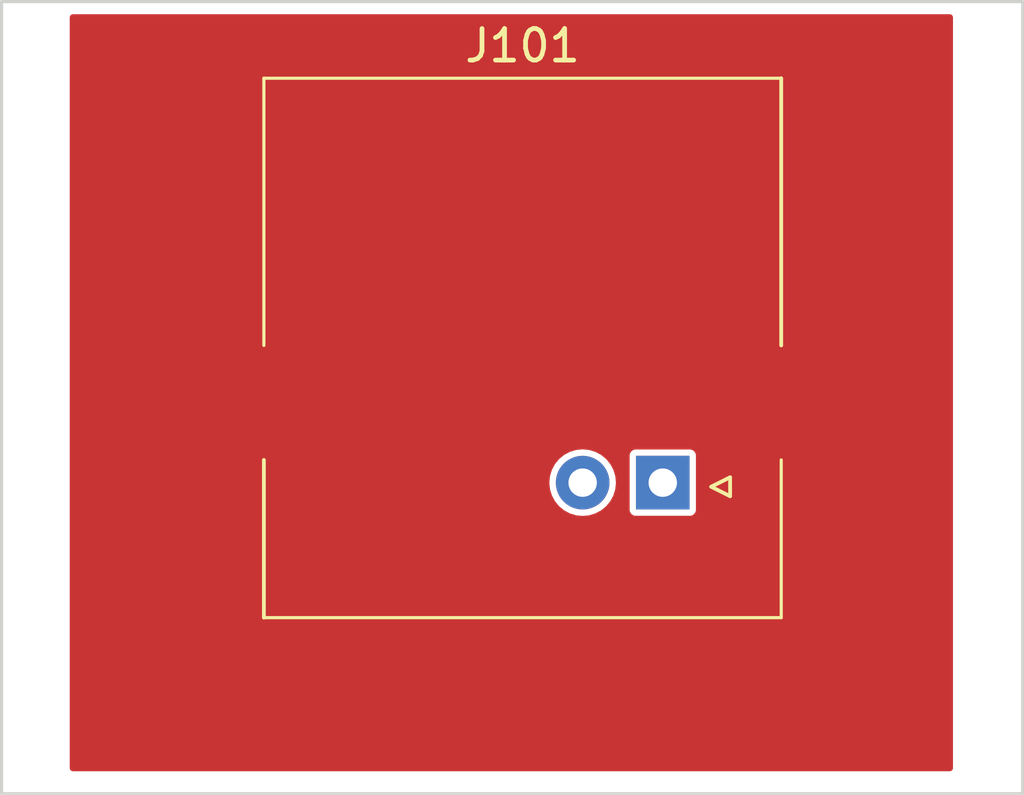
<source format=kicad_pcb>
(kicad_pcb (version 20221018) (generator pcbnew)
  (layers (0 "F.Cu" signal) (31 "B.Cu" signal) (34 "B.Paste" user) (35 "F.Paste" user) (36 "B.SilkS" user "B.Silkscreen") (37 "F.SilkS" user "F.Silkscreen") (38 "B.Mask" user) (39 "F.Mask" user) (44 "Edge.Cuts" user))
  (net 0 "")
  (net 2 "unconnected-(J101-Pad2)")
  (footprint "0_Connectors:RCH_RC01931_RJ45" (layer "F.Cu") (at 88.355 84.58)
    (fp_text reference "J101" (at 0 -9.58 unlocked) (layer "F.SilkS"))
    (fp_text value "8P8C_LED_Shielded")
    (fp_line (start -8.2 -8.55) (end 8.2 -8.55) (stroke (width 0.1)) (layer "F.SilkS"))
    (fp_line (start -8.2 -0.08) (end -8.2 -8.55) (stroke (width 0.1)) (layer "F.SilkS"))
    (fp_line (start -8.2 8.55) (end -8.2 3.55) (stroke (width 0.12)) (layer "F.SilkS"))
    (fp_line (start 5.98 4.4) (end 6.58 4.1) (stroke (width 0.12)) (layer "F.SilkS"))
    (fp_line (start 6.58 4.1) (end 6.58 4.7) (stroke (width 0.12)) (layer "F.SilkS"))
    (fp_line (start 6.58 4.7) (end 5.98 4.4) (stroke (width 0.12)) (layer "F.SilkS"))
    (fp_line (start 8.2 -8.55) (end 8.2 -0.08) (stroke (width 0.12)) (layer "F.SilkS"))
    (fp_line (start 8.2 3.55) (end 8.2 8.55) (stroke (width 0.1)) (layer "F.SilkS"))
    (fp_line (start 8.2 8.55) (end -8.2 8.55) (stroke (width 0.1)) (layer "F.SilkS"))
    (pad "1" thru_hole rect (at 4.445 4.27) (size 1.7 1.7) (drill 0.9) (layers "*.Cu" "*.Mask"))
    (pad "3" thru_hole circle (at 1.905 4.27) (size 1.7 1.7) (drill 0.9) (layers "*.Cu" "*.Mask"))
  )
  (gr_rect (start 71.84 73.6) (end 104.21 98.71) (stroke (width 0.1)) (fill none) (layer "Edge.Cuts"))
  (zone (net 2) (net_name "unconnected-(J101-Pad2)") (layer "F.Cu") (connect_pads yes (clearance 0.2)) (min_thickness 0.2) (fill yes (thermal_gap 0.5) (thermal_bridge_width 0.5))
    (polygon (pts (xy 74 74) (xy 102 74) (xy 102 98) (xy 74 98)))
  )
)
</source>
